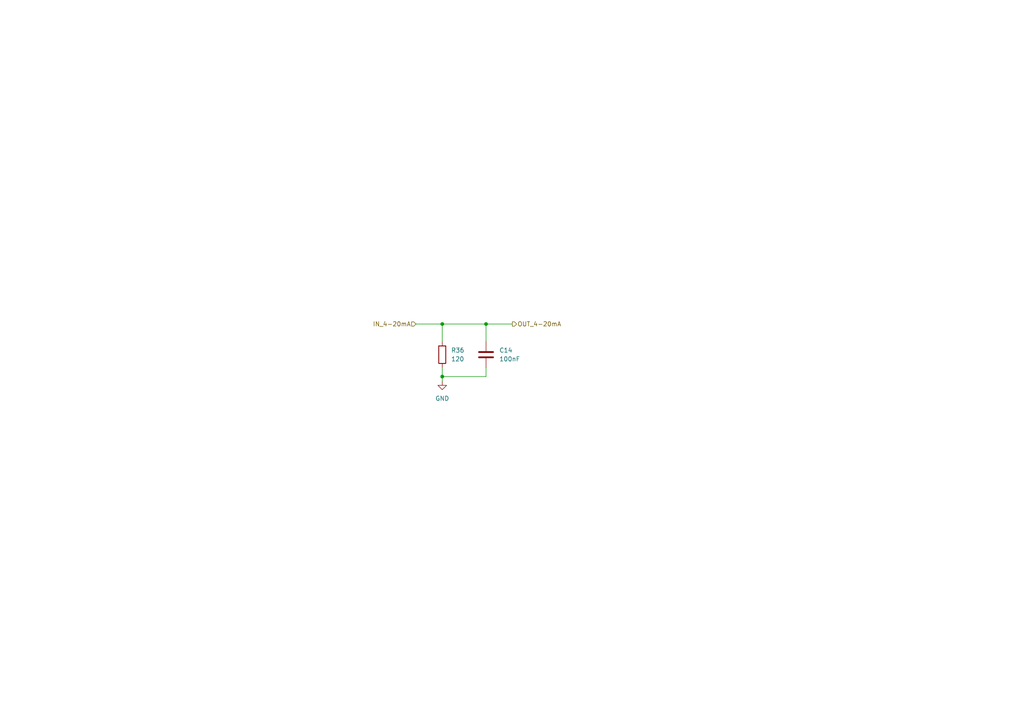
<source format=kicad_sch>
(kicad_sch (version 20250114) (generator "eeschema") (generator_version "9.0")
  (paper "A4")
  (lib_symbols
    (symbol "Device:C" (pin_numbers (hide yes)) (pin_names (offset 0.254))
      (property "Reference" "C" (at 0.635 2.54 0))
      (property "Value" "C" (at 0.635 -2.54 0))
      (symbol "C_0_1"
        (polyline (pts (xy -2.032 0.762) (xy 2.032 0.762)) (stroke (width 0.508)))
        (polyline (pts (xy -2.032 -0.762) (xy 2.032 -0.762)) (stroke (width 0.508)))
      )
      (symbol "C_1_1"
        (pin passive line (at 0 3.81 270) (length 2.794) (name "~") (number "1"))
        (pin passive line (at 0 -3.81 90) (length 2.794) (name "~") (number "2"))
      )
    )
    (symbol "Device:R" (pin_numbers (hide yes)) (pin_names (offset 0))
      (property "Reference" "R" (at 2.032 0 90))
      (property "Value" "R" (at 0 0 90))
      (symbol "R_0_1"
        (rectangle (start -1.016 -2.54) (end 1.016 2.54) (stroke (width 0.254)))
      )
      (symbol "R_1_1"
        (pin passive line (at 0 3.81 270) (length 1.27) (name "~") (number "1"))
        (pin passive line (at 0 -3.81 90) (length 1.27) (name "~") (number "2"))
      )
    )
    (symbol "power:GND" (power) (pin_numbers (hide yes)) (pin_names (offset 0) (hide yes))
      (property "Value" "GND" (at 0 -3.81 0))
      (symbol "GND_0_1"
        (polyline (pts (xy 0 0) (xy 0 -1.27) (xy 1.27 -1.27) (xy 0 -2.54) (xy -1.27 -1.27) (xy 0 -1.27)))
      )
      (symbol "GND_1_1"
        (pin power_in line (at 0 0 270) (length 0) (name "~") (number "1"))
      )
    )
  )
  (junction (at 128.27 93.98))
  (junction (at 140.97 93.98))
  (junction (at 128.27 109.22))
  (wire (pts (xy 128.27 93.98) (xy 128.27 99.06)))
  (wire (pts (xy 140.97 106.68) (xy 140.97 109.22)))
  (wire (pts (xy 140.97 93.98) (xy 140.97 99.06)))
  (wire (pts (xy 128.27 93.98) (xy 140.97 93.98)))
  (wire (pts (xy 140.97 93.98) (xy 148.59 93.98)))
  (wire (pts (xy 120.65 93.98) (xy 128.27 93.98)))
  (wire (pts (xy 140.97 109.22) (xy 128.27 109.22)))
  (wire (pts (xy 128.27 109.22) (xy 128.27 110.49)))
  (wire (pts (xy 128.27 109.22) (xy 128.27 106.68)))
  (hierarchical_label "OUT_4-20mA" (shape output) (at 148.59 93.98 0))
  (hierarchical_label "IN_4-20mA" (shape input) (at 120.65 93.98 180))
  (symbol (lib_id "power:GND") (at 128.27 110.49 0) (unit 1)
    (property "Reference" "#PWR0108" (effects (hide yes)))
    (property "Value" "GND" (at 128.27 115.57 0))
    (property "Description" "Power symbol creates a global label with name \"GND\" , ground" (effects (hide yes)))
  )
  (symbol (lib_id "Device:R") (at 128.27 102.87 0) (unit 1)
    (property "Reference" "R36" (at 130.81 101.5999 0) (effects (justify left)))
    (property "Value" "120" (at 130.81 104.1399 0) (effects (justify left)))
    (property "Footprint" "Resistor_SMD:R_0201_0603Metric" (effects (hide yes)))
    (property "Description" "Resistor" (effects (hide yes)))
  )
  (symbol (lib_id "Device:C") (at 140.97 102.87 0) (unit 1)
    (property "Reference" "C14" (at 144.78 101.5999 0) (effects (justify left)))
    (property "Value" "100nF" (at 144.78 104.1399 0) (effects (justify left)))
    (property "Footprint" "Capacitor_SMD:C_0201_0603Metric" (effects (hide yes)))
    (property "Description" "Unpolarized capacitor" (effects (hide yes)))
  )
)
</source>
